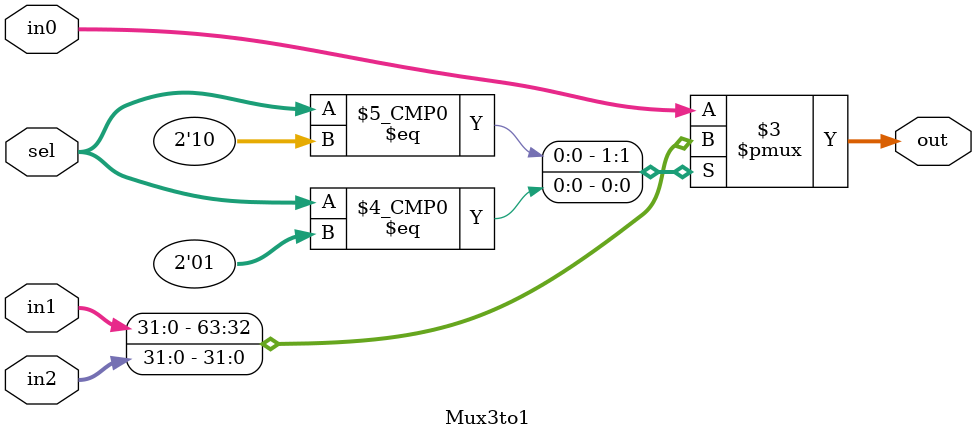
<source format=v>
`timescale 1ns / 1ps


module ForwardingUnit(
    input  [4:0] ID_EX_rs1,       // source reg #1 of current EX instruction
    input  [4:0] ID_EX_rs2,       // source reg #2 of current EX instruction
    input        EX_MEM_RegWrite, // is EX/MEM writing?
    input  [4:0] EX_MEM_rd,       // destination reg of EX/MEM
    input        MEM_WB_RegWrite, // is MEM/WB writing?
    input  [4:0] MEM_WB_rd,       // destination reg of MEM/WB
    output reg [1:0] ForwardA,    // 00=use reg, 10=EX/MEM, 01=MEM/WB
    output reg [1:0] ForwardB     // same for second operand
    );

    always @(*) begin
        // Default: no forwarding
        ForwardA = 2'b00;
        ForwardB = 2'b00;

        // EX hazard: EX/MEM.rd != 0 && matches ID/EX.rs1
        if (EX_MEM_RegWrite && (EX_MEM_rd != 0) && (EX_MEM_rd == ID_EX_rs1))
            ForwardA = 2'b10;
        if (EX_MEM_RegWrite && (EX_MEM_rd != 0) && (EX_MEM_rd == ID_EX_rs2))
            ForwardB = 2'b10;

        // MEM hazard: MEM/WB.rd != 0 && matches ID/EX.rsX
        if (MEM_WB_RegWrite && (MEM_WB_rd != 0) && 
            !(EX_MEM_RegWrite && (EX_MEM_rd != 0) && (EX_MEM_rd == ID_EX_rs1)) &&
            (MEM_WB_rd == ID_EX_rs1))
            ForwardA = 2'b01;
        if (MEM_WB_RegWrite && (MEM_WB_rd != 0) && 
            !(EX_MEM_RegWrite && (EX_MEM_rd != 0) && (EX_MEM_rd == ID_EX_rs2)) &&
            (MEM_WB_rd == ID_EX_rs2))
            ForwardB = 2'b01;
    end
endmodule


module Mux3to1(
    input  [31:0] in0, in1, in2,
    input  [1:0]  sel,
    output reg [31:0] out
);
    always @(*) case(sel)
        2'b00: out = in0;
        2'b10: out = in1;
        2'b01: out = in2;
        default: out = in0;
    endcase
endmodule




</source>
